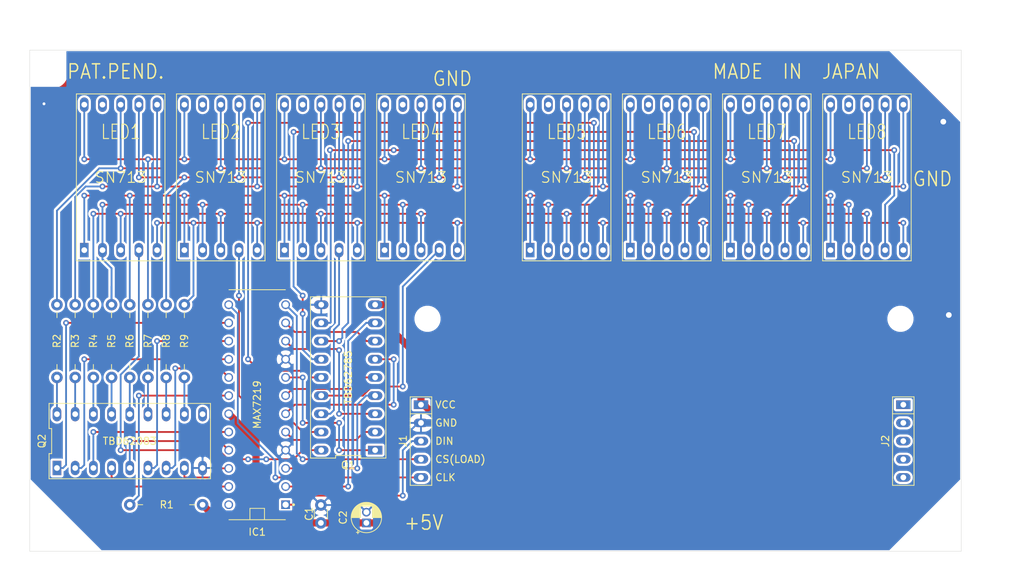
<source format=kicad_pcb>
(kicad_pcb (version 20221018) (generator pcbnew)
  (layers (0 "F.Cu" signal) (31 "B.Cu" signal) (34 "B.Paste" user) (35 "F.Paste" user) (36 "B.SilkS" user "B.Silkscreen") (37 "F.SilkS" user "F.Silkscreen") (38 "B.Mask" user) (39 "F.Mask" user) (44 "Edge.Cuts" user))
  (net 0 "")
  (net 1 "+5V")
  (net 2 "GND")
  (net 3 "Net-(IC1-Pad1)")
  (net 4 "~{DIG0}")
  (net 5 "~{DIG4}")
  (net 6 "~{DIG6}")
  (net 7 "~{DIG2}")
  (net 8 "~{DIG3}")
  (net 9 "~{DIG7}")
  (net 10 "~{DIG5}")
  (net 11 "~{DIG1}")
  (net 12 "Net-(IC1-Pad12)")
  (net 13 "Net-(IC1-Pad13)")
  (net 14 "/SEGa")
  (net 15 "/SEGf")
  (net 16 "/SEGb")
  (net 17 "/SEGg")
  (net 18 "Net-(IC1-Pad18)")
  (net 19 "/SEGc")
  (net 20 "/SEGe")
  (net 21 "/SEGdp")
  (net 22 "/SEGd")
  (net 23 "Net-(IC1-Pad24)")
  (net 24 "Net-(J2-Pad1)")
  (net 25 "Net-(J2-Pad2)")
  (net 26 "Net-(J2-Pad3)")
  (net 27 "Net-(J2-Pad4)")
  (net 28 "Net-(J2-Pad5)")
  (net 29 "Net-(LED1-Pad10)")
  (net 30 "Net-(LED1-Pad1)")
  (net 31 "Net-(LED1-Pad9)")
  (net 32 "Net-(LED1-Pad2)")
  (net 33 "Net-(LED1-Pad8)")
  (net 34 "Net-(LED1-Pad3)")
  (net 35 "Net-(LED1-Pad7)")
  (net 36 "Net-(LED1-Pad4)")
  (net 37 "Net-(LED1-Pad6)")
  (net 38 "Net-(LED1-Pad5)")
  (net 39 "Net-(LED2-Pad4)")
  (net 40 "Net-(LED2-Pad9)")
  (net 41 "Net-(LED3-Pad4)")
  (net 42 "Net-(LED3-Pad9)")
  (net 43 "Net-(LED4-Pad9)")
  (net 44 "Net-(LED4-Pad4)")
  (net 45 "Net-(LED5-Pad4)")
  (net 46 "Net-(LED5-Pad9)")
  (net 47 "Net-(LED6-Pad9)")
  (net 48 "Net-(LED6-Pad4)")
  (net 49 "Net-(LED7-Pad4)")
  (net 50 "Net-(LED7-Pad9)")
  (net 51 "Net-(LED8-Pad9)")
  (net 52 "Net-(LED8-Pad4)")
  (net 53 "Net-(Q2-Pad18)")
  (net 54 "Net-(Q2-Pad17)")
  (net 55 "Net-(Q2-Pad16)")
  (net 56 "Net-(Q2-Pad15)")
  (net 57 "Net-(Q2-Pad14)")
  (net 58 "Net-(Q2-Pad13)")
  (net 59 "Net-(Q2-Pad12)")
  (net 60 "Net-(Q2-Pad11)")
  (net 61 "Net-(Q2-Pad10)")
  (footprint "00MyFootprint:C_Disc_D3.0mm_W1.6mm_P2.50mm" (layer "F.Cu") (at 40.64 66.04 90)
    (fp_text reference "C1")
    (fp_text value "0.1uF")
  )
  (footprint "00MyFootprint:CP_Radial_D4.0mm_P1.50mm" (layer "F.Cu") (at 46.99 66.04 90)
    (fp_text reference "C2")
    (fp_text value "10uF")
  )
  (footprint "00MyFootprint:DIP794W47P254L3213H457Q24" (layer "F.Cu") (at 31.75 49.53 180)
    (fp_text reference "IC1")
    (fp_text value "MAX7219CNG")
  )
  (footprint "00MyFootprint:SIP-5" (layer "F.Cu") (at 54.61 54.61 -90)
    (fp_text reference "J1")
    (fp_text value "Conn_01x05")
  )
  (footprint "00MyFootprint:SIP-5" (layer "F.Cu") (at 121.92 54.61 -90)
    (fp_text reference "J2")
    (fp_text value "Conn_01x05")
  )
  (footprint "00MyFootprint:DIP-10_800_ELL_LED" (layer "F.Cu") (at 12.7 17.78)
    (fp_text reference "LED1")
    (fp_text value "SN713")
  )
  (footprint "00MyFootprint:DIP-10_800_ELL_LED" (layer "F.Cu") (at 26.67 17.78)
    (fp_text reference "LED2")
    (fp_text value "SN713")
  )
  (footprint "00MyFootprint:DIP-10_800_ELL_LED" (layer "F.Cu") (at 40.64 17.78)
    (fp_text reference "LED3")
    (fp_text value "SN713")
  )
  (footprint "00MyFootprint:DIP-10_800_ELL_LED" (layer "F.Cu") (at 54.61 17.78)
    (fp_text reference "LED4")
    (fp_text value "SN713")
  )
  (footprint "00MyFootprint:DIP-10_800_ELL_LED" (layer "F.Cu") (at 74.93 17.78)
    (fp_text reference "LED5")
    (fp_text value "SN713")
  )
  (footprint "00MyFootprint:DIP-10_800_ELL_LED" (layer "F.Cu") (at 88.9 17.78)
    (fp_text reference "LED6")
    (fp_text value "SN713")
  )
  (footprint "00MyFootprint:DIP-10_800_ELL_LED" (layer "F.Cu") (at 102.87 17.78)
    (fp_text reference "LED7")
    (fp_text value "SN713")
  )
  (footprint "00MyFootprint:DIP-10_800_ELL_LED" (layer "F.Cu") (at 116.84 17.78)
    (fp_text reference "LED8")
    (fp_text value "SN713")
  )
  (footprint "00MyFootprint:DIP-18_296_ELL" (layer "F.Cu") (at 44.45 45.72 90)
    (fp_text reference "Q1")
    (fp_text value "TBD62785APG")
  )
  (footprint "00MyFootprint:DIP-18_296_ELL" (layer "F.Cu") (at 13.97 54.61)
    (fp_text reference "Q2")
    (fp_text value "TBD62083APG")
  )
  (footprint "00MyFootprint:R_Axial_DIN0207_L6.3mm_D2.5mm_P10.16mm_Horizontal" (layer "F.Cu") (at 3.81 35.56 -90)
    (fp_text reference "R2")
    (fp_text value "51")
  )
  (footprint "00MyFootprint:R_Axial_DIN0207_L6.3mm_D2.5mm_P10.16mm_Horizontal" (layer "F.Cu") (at 6.35 35.56 -90)
    (fp_text reference "R3")
    (fp_text value "51")
  )
  (footprint "00MyFootprint:R_Axial_DIN0207_L6.3mm_D2.5mm_P10.16mm_Horizontal" (layer "F.Cu") (at 8.89 35.56 -90)
    (fp_text reference "R4")
    (fp_text value "51")
  )
  (footprint "00MyFootprint:R_Axial_DIN0207_L6.3mm_D2.5mm_P10.16mm_Horizontal" (layer "F.Cu") (at 11.43 35.56 -90)
    (fp_text reference "R5")
    (fp_text value "51")
  )
  (footprint "00MyFootprint:R_Axial_DIN0207_L6.3mm_D2.5mm_P10.16mm_Horizontal" (layer "F.Cu") (at 13.97 35.56 -90)
    (fp_text reference "R6")
    (fp_text value "51")
  )
  (footprint "00MyFootprint:R_Axial_DIN0207_L6.3mm_D2.5mm_P10.16mm_Horizontal" (layer "F.Cu") (at 16.51 35.56 -90)
    (fp_text reference "R7")
    (fp_text value "51")
  )
  (footprint "00MyFootprint:R_Axial_DIN0207_L6.3mm_D2.5mm_P10.16mm_Horizontal" (layer "F.Cu") (at 19.05 35.56 -90)
    (fp_text reference "R8")
    (fp_text value "51")
  )
  (footprint "00MyFootprint:R_Axial_DIN0207_L6.3mm_D2.5mm_P10.16mm_Horizontal" (layer "F.Cu") (at 21.59 35.56 -90)
    (fp_text reference "R9")
    (fp_text value "51")
  )
  (footprint "00MyFootprint:MountingHole_3mm" (layer "F.Cu") (at 3.2 3.2)
    (fp_text reference "REF1")
    (fp_text value "MountingHole_3mm")
  )
  (footprint "00MyFootprint:MountingHole_3mm" (layer "F.Cu") (at 126.8 3.2)
    (fp_text reference "REF2")
    (fp_text value "MountingHole_3mm")
  )
  (footprint "00MyFootprint:MountingHole_3mm" (layer "F.Cu") (at 126.8 66.8)
    (fp_text reference "REF4")
    (fp_text value "MountingHole_3mm")
  )
  (footprint "00MyFootprint:MountingHole_3mm" (layer "F.Cu") (at 3.2 66.8)
    (fp_text reference "REF3")
    (fp_text value "MountingHole_3mm")
  )
  (footprint "00MyFootprint:MountingHole_3mm" (layer "F.Cu") (at 121.52 37.53)
    (fp_text reference "REF6")
    (fp_text value "MountingHole_3mm")
  )
  (footprint "00MyFootprint:MountingHole_3mm" (layer "F.Cu") (at 55.52 37.53)
    (fp_text reference "REF5")
    (fp_text value "MountingHole_3mm")
  )
  (footprint "00MyFootprint:R_Axial_DIN0207_L6.3mm_D2.5mm_P10.16mm_Horizontal" (layer "F.Cu") (at 24.13 63.5 180)
    (fp_text reference "R1")
    (fp_text value "10k")
  )
  (gr_line (start 0 70) (end 0 0) (stroke (width 0.05)) (layer "Edge.Cuts"))
  (gr_line (start 0 70) (end 130 70) (stroke (width 0.05)) (layer "Edge.Cuts"))
  (gr_line (start 130 0) (end 130 70) (stroke (width 0.05)) (layer "Edge.Cuts"))
  (gr_line (start 0 0) (end 130 0) (stroke (width 0.05)) (layer "Edge.Cuts"))
  (gr_text "." (at 49.25 0.5) (layer "F.Cu") (effects (font (size 2 2) (thickness 0.5))))
  (gr_text "." (at 48 0.5) (layer "F.Cu") (effects (font (size 2 2) (thickness 0.5))))
  (gr_text "SS-60066-1" (at 47.5 1.5) (layer "F.Cu") (effects (font (size 1.5 1.4) (thickness 0.2)) (justify right)))
  (gr_text "TK-80 flavor LED board for ZK-80P\nRev.0.21" (at 76.2 66.04) (layer "F.Cu") (effects (font (size 1.5 1.5) (thickness 0.3)) (justify left)))
  (gr_text "DIN" (at 56.515 54.61) (layer "F.SilkS") (effects (font (size 1 1)) (justify left)))
  (gr_text "CS(LOAD)" (at 56.515 57.15) (layer "F.SilkS") (effects (font (size 1 1)) (justify left)))
  (gr_text "CLK" (at 56.515 59.69) (layer "F.SilkS") (effects (font (size 1 1)) (justify left)))
  (gr_text "PAT.PEND." (at 12 3) (layer "F.SilkS") (effects (font (size 2 1.8) (thickness 0.2))))
  (gr_text "TBD62083" (at 13.97 54.61) (layer "F.SilkS") (effects (font (size 1 1))))
  (gr_text "MAX7219" (at 31.75 49.53 90) (layer "F.SilkS") (effects (font (size 1 1))))
  (gr_text "MADE  IN  JAPAN" (at 107 3) (layer "F.SilkS") (effects (font (size 2 1.8) (thickness 0.2))))
  (gr_text "GND" (at 59 4) (layer "F.SilkS") (effects (font (size 2 1.8) (thickness 0.2))))
  (gr_text "+5V" (at 55 66) (layer "F.SilkS") (effects (font (size 2 1.8) (thickness 0.2))))
  (gr_text "GND" (at 126 18) (layer "F.SilkS") (effects (font (size 2 1.8) (thickness 0.2))))
  (gr_text "VCC" (at 56.515 49.53) (layer "F.SilkS") (effects (font (size 1 1)) (justify left)))
  (gr_text "GND" (at 56.515 52.07) (layer "F.SilkS") (effects (font (size 1 1)) (justify left)))
  (gr_text "TBD62785" (at 44.45 45.72 90) (layer "F.SilkS") (effects (font (size 1 1))))
  (segment (start 57.15 51.67) (end 57.15 64.77) (width 1) (layer "F.Cu") (net 1))
  (segment (start 27.78 50.8) (end 31.59 54.61) (width 1) (layer "F.Cu") (net 1))
  (segment (start 26.67 66.04) (end 24.13 63.5) (width 1) (layer "F.Cu") (net 1))
  (segment (start 50.8 39.37) (end 54.61 43.18) (width 1) (layer "F.Cu") (net 1))
  (segment (start 31.59 64.61) (end 33.02 66.04) (width 1) (layer "F.Cu") (net 1))
  (segment (start 50.8 36.15) (end 50.8 39.37) (width 1) (layer "F.Cu") (net 1))
  (segment (start 55.01 49.53) (end 57.15 51.67) (width 1) (layer "F.Cu") (net 1))
  (segment (start 55.88 66.04) (end 40.64 66.04) (width 1) (layer "F.Cu") (net 1))
  (segment (start 54.61 49.53) (end 54.61 43.18) (width 1) (layer "F.Cu") (net 1))
  (segment (start 33.02 66.04) (end 26.67 66.04) (width 1) (layer "F.Cu") (net 1))
  (segment (start 57.15 64.77) (end 55.88 66.04) (width 1) (layer "F.Cu") (net 1))
  (segment (start 40.64 66.04) (end 33.02 66.04) (width 1) (layer "F.Cu") (net 1))
  (segment (start 31.59 54.61) (end 31.59 64.61) (width 1) (layer "F.Cu") (net 1))
  (segment (start 48.21 35.56) (end 50.21 35.56) (width 1) (layer "F.Cu") (net 1))
  (segment (start 50.21 35.56) (end 50.8 36.15) (width 1) (layer "F.Cu") (net 1))
  (segment (start 54.61 49.53) (end 55.01 49.53) (width 1) (layer "F.Cu") (net 1))
  (segment (start 20 4) (end 60 4) (width 2) (layer "F.Cu") (net 2))
  (via (at 128.27 37) (size 1) (drill 0.8) (layers "F.Cu" "B.Cu") (net 2))
  (via (at 127.5 10) (size 1) (drill 0.8) (layers "F.Cu" "B.Cu") (net 2))
  (via (at 2 7.5) (size 0.8) (drill 0.4) (layers "F.Cu" "B.Cu") (net 2))
  (segment (start 58.93 52.07) (end 59 52) (width 1) (layer "B.Cu") (net 2))
  (segment (start 34.29 41.75) (end 35.72 43.18) (width 0.25) (layer "B.Cu") (net 2))
  (segment (start 39.749999 64.430001) (end 40.64 63.54) (width 0.25) (layer "B.Cu") (net 2))
  (segment (start 48.985001 57.294999) (end 48.985001 62.544999) (width 0.25) (layer "B.Cu") (net 2))
  (segment (start 34.29 35.613598) (end 34.29 41.75) (width 0.25) (layer "B.Cu") (net 2))
  (segment (start 35.273599 34.629999) (end 34.29 35.613598) (width 0.25) (layer "B.Cu") (net 2))
  (segment (start 27.333599 64.430001) (end 39.749999 64.430001) (width 0.25) (layer "B.Cu") (net 2))
  (segment (start 35.72 55.88) (end 34.45 54.61) (width 0.25) (layer "B.Cu") (net 2))
  (segment (start 34.45 44.45) (end 35.72 43.18) (width 0.25) (layer "B.Cu") (net 2))
  (segment (start 37.096402 35.56) (end 36.166401 34.629999) (width 0.25) (layer "B.Cu") (net 2))
  (segment (start 24.13 61.226402) (end 27.333599 64.430001) (width 0.25) (layer "B.Cu") (net 2))
  (segment (start 39.44 35.56) (end 40.69 35.56) (width 0.25) (layer "B.Cu") (net 2))
  (segment (start 48.985001 62.544999) (end 46.99 64.54) (width 0.25) (layer "B.Cu") (net 2))
  (segment (start 40.69 35.56) (end 37.096402 35.56) (width 0.25) (layer "B.Cu") (net 2))
  (segment (start 36.83 59.73) (end 40.64 63.54) (width 0.25) (layer "B.Cu") (net 2))
  (segment (start 24.13 58.37) (end 24.13 61.226402) (width 0.25) (layer "B.Cu") (net 2))
  (segment (start 45.99 63.54) (end 46.99 64.54) (width 0.25) (layer "B.Cu") (net 2))
  (segment (start 34.45 54.61) (end 34.45 44.45) (width 0.25) (layer "B.Cu") (net 2))
  (segment (start 40.64 63.54) (end 45.99 63.54) (width 0.25) (layer "B.Cu") (net 2))
  (segment (start 114.3 52.07) (end 128.27 38.1) (width 1) (layer "B.Cu") (net 2))
  (segment (start 54.21 52.07) (end 48.985001 57.294999) (width 0.25) (layer "B.Cu") (net 2))
  (segment (start 128.27 38.1) (end 128.27 37) (width 0.25) (layer "B.Cu") (net 2))
  (segment (start 54.61 52.07) (end 54.21 52.07) (width 0.25) (layer "B.Cu") (net 2))
  (segment (start 54.61 52.07) (end 114.3 52.07) (width 1) (layer "B.Cu") (net 2))
  (segment (start 35.72 55.88) (end 36.83 56.99) (width 0.25) (layer "B.Cu") (net 2))
  (segment (start 54.61 52.07) (end 58.93 52.07) (width 1) (layer "B.Cu") (net 2))
  (segment (start 36.166401 34.629999) (end 35.273599 34.629999) (width 0.25) (layer "B.Cu") (net 2))
  (segment (start 36.83 56.99) (end 36.83 59.73) (width 0.25) (layer "B.Cu") (net 2))
  (segment (start 35.72 63.5) (end 36.575 63.5) (width 0.25) (layer "F.Cu") (net 3))
  (segment (start 38.1 62.23) (end 52.07 62.23) (width 0.25) (layer "F.Cu") (net 3))
  (segment (start 35.72 63.5) (end 36.83 63.5) (width 0.25) (layer "F.Cu") (net 3))
  (segment (start 36.83 63.5) (end 38.1 62.23) (width 0.25) (layer "F.Cu") (net 3))
  (via (at 52.07 62.23) (size 0.8) (drill 0.4) (layers "F.Cu" "B.Cu") (net 3))
  (segment (start 53.36 54.61) (end 54.61 54.61) (width 0.25) (layer "B.Cu") (net 3))
  (segment (start 52.07 55.9) (end 53.36 54.61) (width 0.25) (layer "B.Cu") (net 3))
  (segment (start 52.07 62.23) (end 52.07 55.9) (width 0.25) (layer "B.Cu") (net 3))
  (segment (start 35.72 60.96) (end 44.45 60.96) (width 0.25) (layer "F.Cu") (net 4))
  (via (at 44.45 60.96) (size 0.8) (drill 0.4) (layers "F.Cu" "B.Cu") (net 4))
  (segment (start 44.45 60.96) (end 44.45 40.61) (width 0.25) (layer "B.Cu") (net 4))
  (segment (start 44.45 40.61) (end 46.96 38.1) (width 0.25) (layer "B.Cu") (net 4))
  (segment (start 46.96 38.1) (end 48.21 38.1) (width 0.25) (layer "B.Cu") (net 4))
  (segment (start 35.72 58.42) (end 45.72 58.42) (width 0.25) (layer "F.Cu") (net 5))
  (via (at 45.72 58.42) (size 0.8) (drill 0.4) (layers "F.Cu" "B.Cu") (net 5))
  (segment (start 46.96 48.26) (end 48.21 48.26) (width 0.25) (layer "B.Cu") (net 5))
  (segment (start 45.72 49.5) (end 46.96 48.26) (width 0.25) (layer "B.Cu") (net 5))
  (segment (start 45.72 58.42) (end 45.72 49.5) (width 0.25) (layer "B.Cu") (net 5))
  (segment (start 45.56 54.45) (end 46.67 53.34) (width 0.25) (layer "F.Cu") (net 6))
  (segment (start 46.67 53.34) (end 48.21 53.34) (width 0.25) (layer "F.Cu") (net 6))
  (segment (start 36.83 54.45) (end 45.56 54.45) (width 0.25) (layer "F.Cu") (net 6))
  (segment (start 35.72 53.34) (end 36.83 54.45) (width 0.25) (layer "F.Cu") (net 6))
  (segment (start 36.99 49.53) (end 50.8 49.53) (width 0.25) (layer "F.Cu") (net 7))
  (segment (start 50.8 43.18) (end 48.21 43.18) (width 0.25) (layer "F.Cu") (net 7))
  (segment (start 35.72 50.8) (end 36.99 49.53) (width 0.25) (layer "F.Cu") (net 7))
  (via (at 50.8 49.53) (size 0.8) (drill 0.4) (layers "F.Cu" "B.Cu") (net 7))
  (via (at 50.8 43.18) (size 0.8) (drill 0.4) (layers "F.Cu" "B.Cu") (net 7))
  (segment (start 50.8 49.53) (end 50.8 43.18) (width 0.25) (layer "B.Cu") (net 7))
  (segment (start 46.96 45.72) (end 48.21 45.72) (width 0.25) (layer "F.Cu") (net 8))
  (segment (start 44.7386 47.33499) (end 46.35359 45.72) (width 0.25) (layer "F.Cu") (net 8))
  (segment (start 36.64501 47.33499) (end 44.7386 47.33499) (width 0.25) (layer "F.Cu") (net 8))
  (segment (start 35.72 48.26) (end 36.64501 47.33499) (width 0.25) (layer "F.Cu") (net 8))
  (segment (start 46.35359 45.72) (end 46.96 45.72) (width 0.25) (layer "F.Cu") (net 8))
  (segment (start 38.1 52.07) (end 43.18 52.07) (width 0.25) (layer "F.Cu") (net 9))
  (segment (start 35.72 45.72) (end 38.1 45.72) (width 0.25) (layer "F.Cu") (net 9))
  (segment (start 43.18 55.88) (end 48.21 55.88) (width 0.25) (layer "F.Cu") (net 9))
  (via (at 43.18 55.88) (size 0.8) (drill 0.4) (layers "F.Cu" "B.Cu") (net 9))
  (via (at 38.1 52.07) (size 0.8) (drill 0.4) (layers "F.Cu" "B.Cu") (net 9))
  (via (at 43.18 52.07) (size 0.8) (drill 0.4) (layers "F.Cu" "B.Cu") (net 9))
  (via (at 38.1 45.72) (size 0.8) (drill 0.4) (layers "F.Cu" "B.Cu") (net 9))
  (segment (start 38.1 45.72) (end 38.1 52.07) (width 0.25) (layer "B.Cu") (net 9))
  (segment (start 43.18 52.07) (end 43.18 55.88) (width 0.25) (layer "B.Cu") (net 9))
  (segment (start 36.83 41.75) (end 43.02 41.75) (width 0.25) (layer "F.Cu") (net 10))
  (segment (start 35.72 40.64) (end 36.83 41.75) (width 0.25) (layer "F.Cu") (net 10))
  (segment (start 43.02 41.75) (end 43.18 41.91) (width 0.25) (layer "F.Cu") (net 10))
  (segment (start 43.18 50.8) (end 48.21 50.8) (width 0.25) (layer "F.Cu") (net 10))
  (via (at 43.18 50.8) (size 0.8) (drill 0.4) (layers "F.Cu" "B.Cu") (net 10))
  (via (at 43.18 41.91) (size 0.8) (drill 0.4) (layers "F.Cu" "B.Cu") (net 10))
  (segment (start 43.18 41.91) (end 43.18 50.8) (width 0.25) (layer "B.Cu") (net 10))
  (segment (start 46.99 40.64) (end 48.21 40.64) (width 0.25) (layer "F.Cu") (net 11))
  (segment (start 45.72 39.37) (end 46.99 40.64) (width 0.25) (layer "F.Cu") (net 11))
  (segment (start 35.72 38.1) (end 36.99 39.37) (width 0.25) (layer "F.Cu") (net 11))
  (segment (start 36.99 39.37) (end 45.72 39.37) (width 0.25) (layer "F.Cu") (net 11))
  (segment (start 53.36 57.15) (end 54.61 57.15) (width 0.25) (layer "F.Cu") (net 12))
  (segment (start 38.1 57.15) (end 54.61 57.15) (width 0.25) (layer "F.Cu") (net 12))
  (via (at 38.1 57.15) (size 0.8) (drill 0.4) (layers "F.Cu" "B.Cu") (net 12))
  (segment (start 37.28001 56.33001) (end 38.1 57.15) (width 0.25) (layer "B.Cu") (net 12))
  (segment (start 37.28001 37.12001) (end 37.28001 56.33001) (width 0.25) (layer "B.Cu") (net 12))
  (segment (start 35.72 35.56) (end 37.28001 37.12001) (width 0.25) (layer "B.Cu") (net 12))
  (segment (start 34.29 59.69) (end 54.61 59.69) (width 0.25) (layer "F.Cu") (net 13))
  (via (at 34.29 59.69) (size 0.8) (drill 0.4) (layers "F.Cu" "B.Cu") (net 13))
  (segment (start 29.05 52.106998) (end 34.29 57.346998) (width 0.25) (layer "B.Cu") (net 13))
  (segment (start 29.05 36.83) (end 29.05 52.106998) (width 0.25) (layer "B.Cu") (net 13))
  (segment (start 27.78 35.56) (end 29.05 36.83) (width 0.25) (layer "B.Cu") (net 13))
  (segment (start 34.29 57.346998) (end 34.29 59.69) (width 0.25) (layer "B.Cu") (net 13))
  (segment (start 27.78 38.1) (end 5.08 38.1) (width 0.25) (layer "F.Cu") (net 14))
  (via (at 5.08 38.1) (size 0.8) (drill 0.4) (layers "F.Cu" "B.Cu") (net 14))
  (segment (start 5.08 38.1) (end 5.08 57.95) (width 0.25) (layer "B.Cu") (net 14))
  (segment (start 5.08 57.95) (end 4.66 58.37) (width 0.25) (layer "B.Cu") (net 14))
  (segment (start 4.66 58.37) (end 3.81 58.37) (width 0.25) (layer "B.Cu") (net 14))
  (segment (start 27.78 40.64) (end 17.78 40.64) (width 0.25) (layer "F.Cu") (net 15))
  (via (at 17.78 40.64) (size 0.8) (drill 0.4) (layers "F.Cu" "B.Cu") (net 15))
  (segment (start 17.78 40.64) (end 17.78 57.95) (width 0.25) (layer "B.Cu") (net 15))
  (segment (start 17.78 57.95) (end 17.36 58.37) (width 0.25) (layer "B.Cu") (net 15))
  (segment (start 17.36 58.37) (end 16.51 58.37) (width 0.25) (layer "B.Cu") (net 15))
  (segment (start 27.78 43.18) (end 7.62 43.18) (width 0.25) (layer "F.Cu") (net 16))
  (via (at 7.62 43.18) (size 0.8) (drill 0.4) (layers "F.Cu" "B.Cu") (net 16))
  (segment (start 7.62 57.95) (end 7.2 58.37) (width 0.25) (layer "B.Cu") (net 16))
  (segment (start 7.2 58.37) (end 6.35 58.37) (width 0.25) (layer "B.Cu") (net 16))
  (segment (start 7.62 43.18) (end 7.62 57.95) (width 0.25) (layer "B.Cu") (net 16))
  (segment (start 27.78 45.72) (end 26.51 44.45) (width 0.25) (layer "F.Cu") (net 17))
  (segment (start 26.51 44.45) (end 20.32 44.45) (width 0.25) (layer "F.Cu") (net 17))
  (via (at 20.32 44.45) (size 0.8) (drill 0.4) (layers "F.Cu" "B.Cu") (net 17))
  (segment (start 20.32 44.45) (end 20.32 57.95) (width 0.25) (layer "B.Cu") (net 17))
  (segment (start 20.32 57.95) (end 19.9 58.37) (width 0.25) (layer "B.Cu") (net 17))
  (segment (start 19.9 58.37) (end 19.05 58.37) (width 0.25) (layer "B.Cu") (net 17))
  (segment (start 27.78 48.26) (end 15.24 48.26) (width 0.25) (layer "F.Cu") (net 18))
  (via (at 15.24 48.26) (size 0.8) (drill 0.4) (layers "F.Cu" "B.Cu") (net 18))
  (segment (start 15.24 62.23) (end 13.97 63.5) (width 0.25) (layer "B.Cu") (net 18))
  (segment (start 15.24 48.26) (end 15.24 62.23) (width 0.25) (layer "B.Cu") (net 18))
  (segment (start 27.78 53.34) (end 8.89 53.34) (width 0.25) (layer "F.Cu") (net 19))
  (via (at 8.89 53.34) (size 0.8) (drill 0.4) (layers "F.Cu" "B.Cu") (net 19))
  (segment (start 8.89 53.34) (end 8.89 58.37) (width 0.25) (layer "B.Cu") (net 19))
  (segment (start 13.97 54.61) (end 26.51 54.61) (width 0.25) (layer "F.Cu") (net 20))
  (segment (start 26.51 54.61) (end 27.78 55.88) (width 0.25) (layer "F.Cu") (net 20))
  (via (at 13.97 54.61) (size 0.8) (drill 0.4) (layers "F.Cu" "B.Cu") (net 20))
  (segment (start 13.97 58.37) (end 13.97 54.61) (width 0.25) (layer "B.Cu") (net 20))
  (segment (start 21.59 59.62) (end 21.59 58.37) (width 0.25) (layer "F.Cu") (net 21))
  (segment (start 21.66501 59.69501) (end 21.59 59.62) (width 0.25) (layer "F.Cu") (net 21))
  (segment (start 27.78 58.42) (end 26.67 58.42) (width 0.25) (layer "F.Cu") (net 21))
  (segment (start 25.39499 59.69501) (end 21.66501 59.69501) (width 0.25) (layer "F.Cu") (net 21))
  (segment (start 26.67 58.42) (end 25.39499 59.69501) (width 0.25) (layer "F.Cu") (net 21))
  (segment (start 27.78 60.96) (end 12.77 60.96) (width 0.25) (layer "F.Cu") (net 22))
  (segment (start 11.43 59.62) (end 11.43 58.37) (width 0.25) (layer "F.Cu") (net 22))
  (segment (start 12.77 60.96) (end 11.43 59.62) (width 0.25) (layer "F.Cu") (net 22))
  (segment (start 21.59 15.24) (end 69.85 15.24) (width 0.25) (layer "F.Cu") (net 29))
  (segment (start 7.62 15.24) (end 16.51 15.24) (width 0.25) (layer "F.Cu") (net 29))
  (segment (start 83.82 15.24) (end 111.76 15.24) (width 0.25) (layer "F.Cu") (net 29))
  (segment (start 16.51 15.24) (end 21.59 15.24) (width 0.25) (layer "F.Cu") (net 29))
  (segment (start 69.85 15.24) (end 83.82 15.24) (width 0.25) (layer "F.Cu") (net 29))
  (via (at 16.51 15.24) (size 0.8) (drill 0.4) (layers "F.Cu" "B.Cu") (net 29))
  (via (at 21.59 15.24) (size 0.8) (drill 0.4) (layers "F.Cu" "B.Cu") (net 29))
  (via (at 35.56 15.24) (size 0.8) (drill 0.4) (layers "F.Cu" "B.Cu") (net 29))
  (via (at 49.53 15.24) (size 0.8) (drill 0.4) (layers "F.Cu" "B.Cu") (net 29))
  (via (at 69.85 15.24) (size 0.8) (drill 0.4) (layers "F.Cu" "B.Cu") (net 29))
  (via (at 83.82 15.24) (size 0.8) (drill 0.4) (layers "F.Cu" "B.Cu") (net 29))
  (via (at 7.62 15.24) (size 0.8) (drill 0.4) (layers "F.Cu" "B.Cu") (net 29))
  (via (at 111.76 15.24) (size 0.8) (drill 0.4) (layers "F.Cu" "B.Cu") (net 29))
  (via (at 97.79 15.24) (size 0.8) (drill 0.4) (layers "F.Cu" "B.Cu") (net 29))
  (segment (start 97.79 7.62) (end 97.79 15.24) (width 0.25) (layer "B.Cu") (net 29))
  (segment (start 21.59 7.62) (end 21.59 15.24) (width 0.25) (layer "B.Cu") (net 29))
  (segment (start 83.82 7.62) (end 83.82 15.24) (width 0.25) (layer "B.Cu") (net 29))
  (segment (start 16.51 35.56) (end 16.51 15.24) (width 0.25) (layer "B.Cu") (net 29))
  (segment (start 69.85 7.62) (end 69.85 15.24) (width 0.25) (layer "B.Cu") (net 29))
  (segment (start 111.76 15.24) (end 111.76 7.62) (width 0.25) (layer "B.Cu") (net 29))
  (segment (start 35.56 7.62) (end 35.56 15.24) (width 0.25) (layer "B.Cu") (net 29))
  (segment (start 7.62 7.62) (end 7.62 15.24) (width 0.25) (layer "B.Cu") (net 29))
  (segment (start 49.53 7.62) (end 49.53 15.24) (width 0.25) (layer "B.Cu") (net 29))
  (segment (start 13.97 20.32) (end 7.62 20.32) (width 0.25) (layer "F.Cu") (net 30))
  (segment (start 111.76 20.32) (end 13.97 20.32) (width 0.25) (layer "F.Cu") (net 30))
  (via (at 97.79 20.32) (size 0.8) (drill 0.4) (layers "F.Cu" "B.Cu") (net 30))
  (via (at 35.56 20.32) (size 0.8) (drill 0.4) (layers "F.Cu" "B.Cu") (net 30))
  (via (at 69.85 20.32) (size 0.8) (drill 0.4) (layers "F.Cu" "B.Cu") (net 30))
  (via (at 13.97 20.32) (size 0.8) (drill 0.4) (layers "F.Cu" "B.Cu") (net 30))
  (via (at 83.82 20.32) (size 0.8) (drill 0.4) (layers "F.Cu" "B.Cu") (net 30))
  (via (at 49.53 20.32) (size 0.8) (drill 0.4) (layers "F.Cu" "B.Cu") (net 30))
  (via (at 21.59 20.32) (size 0.8) (drill 0.4) (layers "F.Cu" "B.Cu") (net 30))
  (via (at 111.76 20.32) (size 0.8) (drill 0.4) (layers "F.Cu" "B.Cu") (net 30))
  (via (at 7.62 20.32) (size 0.8) (drill 0.4) (layers "F.Cu" "B.Cu") (net 30))
  (segment (start 49.53 27.94) (end 49.53 20.32) (width 0.25) (layer "B.Cu") (net 30))
  (segment (start 111.76 27.94) (end 111.76 20.32) (width 0.25) (layer "B.Cu") (net 30))
  (segment (start 97.79 27.94) (end 97.79 20.32) (width 0.25) (layer "B.Cu") (net 30))
  (segment (start 13.97 35.56) (end 13.97 20.32) (width 0.25) (layer "B.Cu") (net 30))
  (segment (start 7.62 20.32) (end 7.62 27.94) (width 0.25) (layer "B.Cu") (net 30))
  (segment (start 83.82 27.94) (end 83.82 20.32) (width 0.25) (layer "B.Cu") (net 30))
  (segment (start 21.59 27.94) (end 21.59 20.32) (width 0.25) (layer "B.Cu") (net 30))
  (segment (start 35.56 27.94) (end 35.56 20.32) (width 0.25) (layer "B.Cu") (net 30))
  (segment (start 69.85 27.94) (end 69.85 20.32) (width 0.25) (layer "B.Cu") (net 30))
  (segment (start 114.3 21.59) (end 10.16 21.59) (width 0.25) (layer "F.Cu") (net 32))
  (via (at 100.33 21.59) (size 0.8) (drill 0.4) (layers "F.Cu" "B.Cu") (net 32))
  (via (at 52.07 21.59) (size 0.8) (drill 0.4) (layers "F.Cu" "B.Cu") (net 32))
  (via (at 86.36 21.59) (size 0.8) (drill 0.4) (layers "F.Cu" "B.Cu") (net 32))
  (via (at 72.39 21.59) (size 0.8) (drill 0.4) (layers "F.Cu" "B.Cu") (net 32))
  (via (at 38.1 21.59) (size 0.8) (drill 0.4) (layers "F.Cu" "B.Cu") (net 32))
  (via (at 24.13 21.59) (size 0.8) (drill 0.4) (layers "F.Cu" "B.Cu") (net 32))
  (via (at 10.16 21.59) (size 0.8) (drill 0.4) (layers "F.Cu" "B.Cu") (net 32))
  (via (at 114.3 21.59) (size 0.8) (drill 0.4) (layers "F.Cu" "B.Cu") (net 32))
  (segment (start 10.16 27.94) (end 10.16 29.21) (width 0.25) (layer "B.Cu") (net 32))
  (segment (start 38.1 27.94) (end 38.1 21.59) (width 0.25) (layer "B.Cu") (net 32))
  (segment (start 52.07 27.94) (end 52.07 21.59) (width 0.25) (layer "B.Cu") (net 32))
  (segment (start 24.13 27.94) (end 24.13 21.59) (width 0.25) (layer "B.Cu") (net 32))
  (segment (start 10.16 29.21) (end 11.43 30.48) (width 0.25) (layer "B.Cu") (net 32))
  (segment (start 11.43 33.02) (end 11.43 35.56) (width 0.25) (layer "B.Cu") (net 32))
  (segment (start 114.3 27.94) (end 114.3 21.59) (width 0.25) (layer "B.Cu") (net 32))
  (segment (start 11.43 30.48) (end 11.43 35.56) (width 0.25) (layer "B.Cu") (net 32))
  (segment (start 72.39 27.94) (end 72.39 21.59) (width 0.25) (layer "B.Cu") (net 32))
  (segment (start 10.16 21.59) (end 10.16 27.94) (width 0.25) (layer "B.Cu") (net 32))
  (segment (start 86.36 27.94) (end 86.36 21.59) (width 0.25) (layer "B.Cu") (net 32))
  (segment (start 11.43 34.29) (end 11.43 35.56) (width 0.25) (layer "B.Cu") (net 32))
  (segment (start 100.33 27.94) (end 100.33 21.59) (width 0.25) (layer "B.Cu") (net 32))
  (segment (start 116.84 16.51) (end 12.7 16.51) (width 0.25) (layer "F.Cu") (net 33))
  (via (at 26.67 16.51) (size 0.8) (drill 0.4) (layers "F.Cu" "B.Cu") (net 33))
  (via (at 116.84 16.51) (size 0.8) (drill 0.4) (layers "F.Cu" "B.Cu") (net 33))
  (via (at 40.64 16.51) (size 0.8) (drill 0.4) (layers "F.Cu" "B.Cu") (net 33))
  (via (at 12.7 16.51) (size 0.8) (drill 0.4) (layers "F.Cu" "B.Cu") (net 33))
  (via (at 54.61 16.51) (size 0.8) (drill 0.4) (layers "F.Cu" "B.Cu") (net 33))
  (via (at 88.9 16.51) (size 0.8) (drill 0.4) (layers "F.Cu" "B.Cu") (net 33))
  (via (at 102.87 16.51) (size 0.8) (drill 0.4) (layers "F.Cu" "B.Cu") (net 33))
  (via (at 74.93 16.51) (size 0.8) (drill 0.4) (layers "F.Cu" "B.Cu") (net 33))
  (segment (start 12.7 16.51) (end 9.720588 16.51) (width 0.25) (layer "B.Cu") (net 33))
  (segment (start 88.9 7.62) (end 88.9 16.51) (width 0.25) (layer "B.Cu") (net 33))
  (segment (start 9.720588 16.51) (end 3.81 22.420588) (width 0.25) (layer "B.Cu") (net 33))
  (segment (start 26.67 7.62) (end 26.67 16.51) (width 0.25) (layer "B.Cu") (net 33))
  (segment (start 102.87 7.62) (end 102.87 16.51) (width 0.25) (layer "B.Cu") (net 33))
  (segment (start 12.7 16.51) (end 12.7 7.62) (width 0.25) (layer "B.Cu") (net 33))
  (segment (start 54.61 7.62) (end 54.61 16.51) (width 0.25) (layer "B.Cu") (net 33))
  (segment (start 3.81 22.420588) (end 3.81 35.56) (width 0.25) (layer "B.Cu") (net 33))
  (segment (start 116.84 7.62) (end 116.84 16.51) (width 0.25) (layer "B.Cu") (net 33))
  (segment (start 74.93 7.62) (end 74.93 16.51) (width 0.25) (layer "B.Cu") (net 33))
  (segment (start 40.64 7.62) (end 40.64 16.51) (width 0.25) (layer "B.Cu") (net 33))
  (segment (start 8.89 22.86) (end 12.7 22.86) (width 0.25) (layer "F.Cu") (net 34))
  (segment (start 116.84 22.86) (end 12.7 22.86) (width 0.25) (layer "F.Cu") (net 34))
  (via (at 54.61 22.86) (size 0.8) (drill 0.4) (layers "F.Cu" "B.Cu") (net 34))
  (via (at 12.7 22.86) (size 0.8) (drill 0.4) (layers "F.Cu" "B.Cu") (net 34))
  (via (at 116.84 22.86) (size 0.8) (drill 0.4) (layers "F.Cu" "B.Cu") (net 34))
  (via (at 40.64 22.86) (size 0.8) (drill 0.4) (layers "F.Cu" "B.Cu") (net 34))
  (via (at 74.93 22.86) (size 0.8) (drill 0.4) (layers "F.Cu" "B.Cu") (net 34))
  (via (at 26.67 22.86) (size 0.8) (drill 0.4) (layers "F.Cu" "B.Cu") (net 34))
  (via (at 8.89 22.86) (size 0.8) (drill 0.4) (layers "F.Cu" "B.Cu") (net 34))
  (via (at 88.9 22.86) (size 0.8) (drill 0.4) (layers "F.Cu" "B.Cu") (net 34))
  (via (at 102.87 22.86) (size 0.8) (drill 0.4) (layers "F.Cu" "B.Cu") (net 34))
  (segment (start 116.84 27.94) (end 116.84 22.86) (width 0.25) (layer "B.Cu") (net 34))
  (segment (start 54.61 27.94) (end 54.61 22.86) (width 0.25) (layer "B.Cu") (net 34))
  (segment (start 12.7 22.86) (end 12.7 27.94) (width 0.25) (layer "B.Cu") (net 34))
  (segment (start 8.89 35.56) (end 8.89 22.86) (width 0.25) (layer "B.Cu") (net 34))
  (segment (start 88.9 27.94) (end 88.9 22.86) (width 0.25) (layer "B.Cu") (net 34))
  (segment (start 102.87 27.94) (end 102.87 22.86) (width 0.25) (layer "B.Cu") (net 34))
  (segment (start 40.64 27.94) (end 40.64 22.86) (width 0.25) (layer "B.Cu") (net 34))
  (segment (start 26.67 27.94) (end 26.67 22.86) (width 0.25) (layer "B.Cu") (net 34))
  (segment (start 74.93 27.94) (end 74.93 22.86) (width 0.25) (layer "B.Cu") (net 34))
  (segment (start 15.24 17.78) (end 21.59 17.78) (width 0.25) (layer "F.Cu") (net 35))
  (segment (start 91.44 17.78) (end 119.38 17.78) (width 0.25) (layer "F.Cu") (net 35))
  (segment (start 21.59 17.78) (end 91.44 17.78) (width 0.25) (layer "F.Cu") (net 35))
  (via (at 43.18 17.78) (size 0.8) (drill 0.4) (layers "F.Cu" "B.Cu") (net 35))
  (via (at 91.44 17.78) (size 0.8) (drill 0.4) (layers "F.Cu" "B.Cu") (net 35))
  (via (at 57.15 17.78) (size 0.8) (drill 0.4) (layers "F.Cu" "B.Cu") (net 35))
  (via (at 119.38 17.78) (size 0.8) (drill 0.4) (layers "F.Cu" "B.Cu") (net 35))
  (via (at 21.59 17.78) (size 0.8) (drill 0.4) (layers "F.Cu" "B.Cu") (net 35))
  (via (at 29.21 17.78) (size 0.8) (drill 0.4) (layers "F.Cu" "B.Cu") (net 35))
  (via (at 15.24 17.78) (size 0.8) (drill 0.4) (layers "F.Cu" "B.Cu") (net 35))
  (via (at 105.41 17.78) (size 0.8) (drill 0.4) (layers "F.Cu" "B.Cu") (net 35))
  (via (at 77.47 17.78) (size 0.8) (drill 0.4) (layers "F.Cu" "B.Cu") (net 35))
  (segment (start 57.15 7.62) (end 57.15 17.78) (width 0.25) (layer "B.Cu") (net 35))
  (segment (start 77.47 7.62) (end 77.47 17.78) (width 0.25) (layer "B.Cu") (net 35))
  (segment (start 91.44 7.62) (end 91.44 17.78) (width 0.25) (layer "B.Cu") (net 35))
  (segment (start 119.38 17.78) (end 119.38 7.62) (width 0.25) (layer "B.Cu") (net 35))
  (segment (start 19.05 20.32) (end 21.59 17.78) (width 0.25) (layer "B.Cu") (net 35))
  (segment (start 15.24 7.62) (end 15.24 17.78) (width 0.25) (layer "B.Cu") (net 35))
  (segment (start 105.41 7.62) (end 105.41 17.78) (width 0.25) (layer "B.Cu") (net 35))
  (segment (start 43.18 7.62) (end 43.18 17.78) (width 0.25) (layer "B.Cu") (net 35))
  (segment (start 19.05 35.56) (end 19.05 20.32) (width 0.25) (layer "B.Cu") (net 35))
  (segment (start 29.21 7.62) (end 29.21 17.78) (width 0.25) (layer "B.Cu") (net 35))
  (segment (start 27.673598 57.15) (end 30.48 57.15) (width 0.25) (layer "F.Cu") (net 36))
  (segment (start 36.83 57.15) (end 33.02 57.15) (width 0.25) (layer "F.Cu") (net 36))
  (segment (start 12.7 55.88) (end 26.403598 55.88) (width 0.25) (layer "F.Cu") (net 36))
  (segment (start 26.403598 55.88) (end 27.673598 57.15) (width 0.25) (layer "F.Cu") (net 36))
  (segment (start 38.1 55.88) (end 36.83 57.15) (width 0.25) (layer "F.Cu") (net 36))
  (segment (start 40.69 55.88) (end 38.1 55.88) (width 0.25) (layer "F.Cu") (net 36))
  (via (at 12.7 55.88) (size 0.8) (drill 0.4) (layers "F.Cu" "B.Cu") (net 36))
  (via (at 30.48 57.15) (size 0.8) (drill 0.4) (layers "F.Cu" "B.Cu") (net 36))
  (via (at 33.02 57.15) (size 0.8) (drill 0.4) (layers "F.Cu" "B.Cu") (net 36))
  (segment (start 15.24 29.19) (end 15.24 27.94) (width 0.25) (layer "B.Cu") (net 36))
  (segment (start 15.24 42.784998) (end 12.7 45.324998) (width 0.25) (layer "B.Cu") (net 36))
  (segment (start 30.48 57.15) (end 33.02 57.15) (width 0.25) (layer "B.Cu") (net 36))
  (segment (start 15.24 27.94) (end 15.24 42.784998) (width 0.25) (layer "B.Cu") (net 36))
  (segment (start 12.7 45.324998) (end 12.7 55.88) (width 0.25) (layer "B.Cu") (net 36))
  (segment (start 59.69 19.05) (end 121.92 19.05) (width 0.25) (layer "F.Cu") (net 37))
  (segment (start 17.78 19.05) (end 59.69 19.05) (width 0.25) (layer "F.Cu") (net 37))
  (segment (start 10.16 19.05) (end 17.78 19.05) (width 0.25) (layer "F.Cu") (net 37))
  (via (at 59.69 19.05) (size 0.8) (drill 0.4) (layers "F.Cu" "B.Cu") (net 37))
  (via (at 121.92 19.05) (size 0.8) (drill 0.4) (layers "F.Cu" "B.Cu") (net 37))
  (via (at 107.95 19.05) (size 0.8) (drill 0.4) (layers "F.Cu" "B.Cu") (net 37))
  (via (at 80.01 19.05) (size 0.8) (drill 0.4) (layers "F.Cu" "B.Cu") (net 37))
  (via (at 10.16 19.05) (size 0.8) (drill 0.4) (layers "F.Cu" "B.Cu") (net 37))
  (via (at 31.75 19.05) (size 0.8) (drill 0.4) (layers "F.Cu" "B.Cu") (net 37))
  (via (at 17.78 19.05) (size 0.8) (drill 0.4) (layers "F.Cu" "B.Cu") (net 37))
  (via (at 93.98 19.05) (size 0.8) (drill 0.4) (layers "F.Cu" "B.Cu") (net 37))
  (via (at 45.72 19.05) (size 0.8) (drill 0.4) (layers "F.Cu" "B.Cu") (net 37))
  (segment (start 59.69 7.62) (end 59.69 19.05) (width 0.25) (layer "B.Cu") (net 37))
  (segment (start 31.75 7.62) (end 31.75 19.05) (width 0.25) (layer "B.Cu") (net 37))
  (segment (start 6.35 35.56) (end 6.35 20.516998) (width 0.25) (layer "B.Cu") (net 37))
  (segment (start 7.816998 19.05) (end 10.16 19.05) (width 0.25) (layer "B.Cu") (net 37))
  (segment (start 6.35 20.516998) (end 7.816998 19.05) (width 0.25) (layer "B.Cu") (net 37))
  (segment (start 17.78 7.62) (end 17.78 19.05) (width 0.25) (layer "B.Cu") (net 37))
  (segment (start 93.98 7.62) (end 93.98 19.05) (width 0.25) (layer "B.Cu") (net 37))
  (segment (start 45.72 7.62) (end 45.72 19.05) (width 0.25) (layer "B.Cu") (net 37))
  (segment (start 121.92 19.05) (end 121.92 7.62) (width 0.25) (layer "B.Cu") (net 37))
  (segment (start 80.01 7.62) (end 80.01 19.05) (width 0.25) (layer "B.Cu") (net 37))
  (segment (start 107.95 7.62) (end 107.95 19.05) (width 0.25) (layer "B.Cu") (net 37))
  (segment (start 121.92 24.13) (end 22.86 24.13) (width 0.25) (layer "F.Cu") (net 38))
  (segment (start 22.86 24.13) (end 17.78 24.13) (width 0.25) (layer "F.Cu") (net 38))
  (via (at 80.01 24.13) (size 0.8) (drill 0.4) (layers "F.Cu" "B.Cu") (net 38))
  (via (at 17.78 24.13) (size 0.8) (drill 0.4) (layers "F.Cu" "B.Cu") (net 38))
  (via (at 93.98 24.13) (size 0.8) (drill 0.4) (layers "F.Cu" "B.Cu") (net 38))
  (via (at 22.86 24.13) (size 0.8) (drill 0.4) (layers "F.Cu" "B.Cu") (net 38))
  (via (at 59.69 24.13) (size 0.8) (drill 0.4) (layers "F.Cu" "B.Cu") (net 38))
  (via (at 121.92 24.13) (size 0.8) (drill 0.4) (layers "F.Cu" "B.Cu") (net 38))
  (via (at 31.75 24.13) (size 0.8) (drill 0.4) (layers "F.Cu" "B.Cu") (net 38))
  (via (at 107.95 24.13) (size 0.8) (drill 0.4) (layers "F.Cu" "B.Cu") (net 38))
  (via (at 45.72 24.13) (size 0.8) (drill 0.4) (layers "F.Cu" "B.Cu") (net 38))
  (segment (start 59.69 27.94) (end 59.69 24.13) (width 0.25) (layer "B.Cu") (net 38))
  (segment (start 121.92 27.94) (end 121.92 24.13) (width 0.25) (layer "B.Cu") (net 38))
  (segment (start 17.78 24.13) (end 17.78 27.94) (width 0.25) (layer "B.Cu") (net 38))
  (segment (start 107.95 27.94) (end 107.95 24.13) (width 0.25) (layer "B.Cu") (net 38))
  (segment (start 93.98 27.94) (end 93.98 24.13) (width 0.25) (layer "B.Cu") (net 38))
  (segment (start 45.72 27.94) (end 45.72 24.13) (width 0.25) (layer "B.Cu") (net 38))
  (segment (start 21.59 35.56) (end 22.86 34.29) (width 0.25) (layer "B.Cu") (net 38))
  (segment (start 22.86 34.29) (end 22.86 24.13) (width 0.25) (layer "B.Cu") (net 38))
  (segment (start 31.75 27.94) (end 31.75 24.13) (width 0.25) (layer "B.Cu") (net 38))
  (segment (start 80.01 27.94) (end 80.01 24.13) (width 0.25) (layer "B.Cu") (net 38))
  (segment (start 29.21 34.29) (end 29.21 48.26) (width 0.25) (layer "F.Cu") (net 39))
  (segment (start 38.1 53.34) (end 40.69 53.34) (width 0.25) (layer "F.Cu") (net 39))
  (segment (start 33.02 52.07) (end 36.83 52.07) (width 0.25) (layer "F.Cu") (net 39))
  (segment (start 36.83 52.07) (end 38.1 53.34) (width 0.25) (layer "F.Cu") (net 39))
  (segment (start 29.21 48.26) (end 33.02 52.07) (width 0.25) (layer "F.Cu") (net 39))
  (via (at 29.21 34.29) (size 0.8) (drill 0.4) (layers "F.Cu" "B.Cu") (net 39))
  (segment (start 29.21 29.21) (end 29.21 27.94) (width 0.25) (layer "B.Cu") (net 39))
  (segment (start 29.21 27.94) (end 29.21 34.29) (width 0.25) (layer "B.Cu") (net 39))
  (segment (start 41.94 50.8) (end 40.69 50.8) (width 0.25) (layer "B.Cu") (net 41))
  (segment (start 42.454999 50.285001) (end 41.94 50.8) (width 0.25) (layer "B.Cu") (net 41))
  (segment (start 43.18 38.331857) (end 43.18 27.94) (width 0.25) (layer "B.Cu") (net 41))
  (segment (start 43.18 27.94) (end 43.18 29.19) (width 0.25) (layer "B.Cu") (net 41))
  (segment (start 42.454999 50.285001) (end 42.454999 39.056858) (width 0.25) (layer "B.Cu") (net 41))
  (segment (start 42.454999 39.056858) (end 43.18 38.331857) (width 0.25) (layer "B.Cu") (net 41))
  (segment (start 40.69 48.26) (end 46.501839 48.26) (width 0.25) (layer "F.Cu") (net 44))
  (segment (start 46.501839 48.26) (end 47.771839 46.99) (width 0.25) (layer "F.Cu") (net 44))
  (segment (start 47.771839 46.99) (end 52.07 46.99) (width 0.25) (layer "F.Cu") (net 44))
  (via (at 52.07 46.99) (size 0.8) (drill 0.4) (layers "F.Cu" "B.Cu") (net 44))
  (segment (start 54.61 30.48) (end 57.15 27.94) (width 0.25) (layer "B.Cu") (net 44))
  (segment (start 52.07 33.02) (end 54.61 30.48) (width 0.25) (layer "B.Cu") (net 44))
  (segment (start 52.07 46.99) (end 52.07 33.02) (width 0.25) (layer "B.Cu") (net 44))
  (segment (start 39.37 45.72) (end 40.69 45.72) (width 0.25) (layer "F.Cu") (net 45))
  (segment (start 38.439999 44.789999) (end 39.37 45.72) (width 0.25) (layer "F.Cu") (net 45))
  (segment (start 32.089999 44.789999) (end 30.48 43.18) (width 0.25) (layer "F.Cu") (net 45))
  (segment (start 78.74 10.16) (end 30.48 10.16) (width 0.25) (layer "F.Cu") (net 45))
  (segment (start 32.089999 44.789999) (end 38.439999 44.789999) (width 0.25) (layer "F.Cu") (net 45))
  (via (at 30.48 10.16) (size 0.8) (drill 0.4) (layers "F.Cu" "B.Cu") (net 45))
  (via (at 78.74 10.16) (size 0.8) (drill 0.4) (layers "F.Cu" "B.Cu") (net 45))
  (via (at 30.48 43.18) (size 0.8) (drill 0.4) (layers "F.Cu" "B.Cu") (net 45))
  (segment (start 30.48 43.18) (end 30.48 10.16) (width 0.25) (layer "B.Cu") (net 45))
  (segment (start 77.47 21.59) (end 78.74 20.32) (width 0.25) (layer "B.Cu") (net 45))
  (segment (start 78.74 20.32) (end 78.74 10.16) (width 0.25) (layer "B.Cu") (net 45))
  (segment (start 77.47 27.94) (end 77.47 21.59) (width 0.25) (layer "B.Cu") (net 45))
  (segment (start 38.1 36.83) (end 38.1 34.29) (width 0.25) (layer "F.Cu") (net 48))
  (segment (start 92.71 11.43) (end 36.83 11.43) (width 0.25) (layer "F.Cu") (net 48))
  (via (at 38.1 36.83) (size 0.8) (drill 0.4) (layers "F.Cu" "B.Cu") (net 48))
  (via (at 36.83 11.43) (size 0.8) (drill 0.4) (layers "F.Cu" "B.Cu") (net 48))
  (via (at 38.1 34.29) (size 0.8) (drill 0.4) (layers "F.Cu" "B.Cu") (net 48))
  (via (at 92.71 11.43) (size 0.8) (drill 0.4) (layers "F.Cu" "B.Cu") (net 48))
  (segment (start 39.44 43.18) (end 38.1 41.84) (width 0.25) (layer "B.Cu") (net 48))
  (segment (start 92.71 20.32) (end 92.71 11.43) (width 0.25) (layer "B.Cu") (net 48))
  (segment (start 36.925003 11.525003) (end 36.83 11.43) (width 0.25) (layer "B.Cu") (net 48))
  (segment (start 38.1 34.29) (end 36.83 33.02) (width 0.25) (layer "B.Cu") (net 48))
  (segment (start 38.1 41.84) (end 38.1 36.83) (width 0.25) (layer "B.Cu") (net 48))
  (segment (start 91.44 27.94) (end 91.44 21.59) (width 0.25) (layer "B.Cu") (net 48))
  (segment (start 40.69 43.18) (end 39.44 43.18) (width 0.25) (layer "B.Cu") (net 48))
  (segment (start 91.44 21.59) (end 92.71 20.32) (width 0.25) (layer "B.Cu") (net 48))
  (segment (start 36.83 33.02) (end 36.83 11.43) (width 0.25) (layer "B.Cu") (net 48))
  (segment (start 106.68 12.7) (end 44.45 12.7) (width 0.25) (layer "F.Cu") (net 49))
  (segment (start 40.69 40.64) (end 43.18 40.64) (width 0.25) (layer "F.Cu") (net 49))
  (via (at 43.18 40.64) (size 0.8) (drill 0.4) (layers "F.Cu" "B.Cu") (net 49))
  (via (at 106.68 12.7) (size 0.8) (drill 0.4) (layers "F.Cu" "B.Cu") (net 49))
  (via (at 44.45 12.7) (size 0.8) (drill 0.4) (layers "F.Cu" "B.Cu") (net 49))
  (segment (start 105.41 21.59) (end 106.68 20.32) (width 0.25) (layer "B.Cu") (net 49))
  (segment (start 105.41 27.94) (end 105.41 21.59) (width 0.25) (layer "B.Cu") (net 49))
  (segment (start 43.63001 38.91999) (end 44.45 38.1) (width 0.25) (layer "B.Cu") (net 49))
  (segment (start 43.63001 40.18999) (end 43.63001 38.91999) (width 0.25) (layer "B.Cu") (net 49))
  (segment (start 43.18 40.64) (end 43.63001 40.18999) (width 0.25) (layer "B.Cu") (net 49))
  (segment (start 106.68 20.32) (end 106.68 12.7) (width 0.25) (layer "B.Cu") (net 49))
  (segment (start 44.45 38.1) (end 44.45 12.7) (width 0.25) (layer "B.Cu") (net 49))
  (segment (start 120.65 13.97) (end 50.8 13.97) (width 0.25) (layer "F.Cu") (net 52))
  (segment (start 50.8 13.97) (end 41.91 13.97) (width 0.25) (layer "F.Cu") (net 52))
  (via (at 120.65 13.97) (size 0.8) (drill 0.4) (layers "F.Cu" "B.Cu") (net 52))
  (via (at 41.91 13.97) (size 0.8) (drill 0.4) (layers "F.Cu" "B.Cu") (net 52))
  (via (at 50.8 13.97) (size 0.8) (drill 0.4) (layers "F.Cu" "B.Cu") (net 52))
  (segment (start 119.38 21.59) (end 120.65 20.32) (width 0.25) (layer "B.Cu") (net 52))
  (segment (start 42.01501 14.07501) (end 41.91 13.97) (width 0.25) (layer "B.Cu") (net 52))
  (segment (start 40.69 38.1) (end 41.94 38.1) (width 0.25) (layer "B.Cu") (net 52))
  (segment (start 119.38 27.94) (end 119.38 21.59) (width 0.25) (layer "B.Cu") (net 52))
  (segment (start 41.94 38.1) (end 42.01501 38.02499) (width 0.25) (layer "B.Cu") (net 52))
  (segment (start 42.01501 38.02499) (end 42.01501 14.07501) (width 0.25) (layer "B.Cu") (net 52))
  (segment (start 120.65 20.32) (end 120.65 13.97) (width 0.25) (layer "B.Cu") (net 52))
  (segment (start 3.81 50.85) (end 3.81 45.72) (width 0.25) (layer "B.Cu") (net 53))
  (segment (start 6.35 50.85) (end 6.35 45.72) (width 0.25) (layer "B.Cu") (net 54))
  (segment (start 8.89 45.72) (end 8.89 50.85) (width 0.25) (layer "B.Cu") (net 55))
  (segment (start 11.43 45.72) (end 11.43 50.85) (width 0.25) (layer "B.Cu") (net 56))
  (segment (start 13.97 45.72) (end 13.97 50.85) (width 0.25) (layer "B.Cu") (net 57))
  (segment (start 16.51 45.72) (end 16.51 50.85) (width 0.25) (layer "B.Cu") (net 58))
  (segment (start 19.05 45.72) (end 19.05 50.85) (width 0.25) (layer "B.Cu") (net 59))
  (segment (start 21.59 45.72) (end 21.59 50.85) (width 0.25) (layer "B.Cu") (net 60))
  (zone (net 2) (net_name "GND") (layer "F.Cu") (connect_pads (clearance 0.508)) (min_thickness 0.254) (fill yes (thermal_gap 0.508) (thermal_bridge_width 0.508))
    (polygon (pts (xy 129 9) (xy 129 38) (xy 127 38) (xy 127 37) (xy 126 37) (xy 126 33) (xy 125 33) (xy 125 7) (xy 123 5) (xy 6 5) (xy 6 8) (xy 0 8) (xy 0 6) (xy 4 6) (xy 4 3) (xy 28 3) (xy 28 4) (xy 54 4) (xy 54 3) (xy 123 3)))
  )
  (zone (net 2) (net_name "GND") (layer "B.Cu") (connect_pads (clearance 0)) (min_thickness 0.254) (fill yes (thermal_gap 0.508) (thermal_bridge_width 0.508))
    (polygon (pts (xy 130 10) (xy 130 60) (xy 120 70) (xy 10 70) (xy 0 60) (xy 0 5) (xy 5 5) (xy 5 0) (xy 120 0)))
  )
)
</source>
